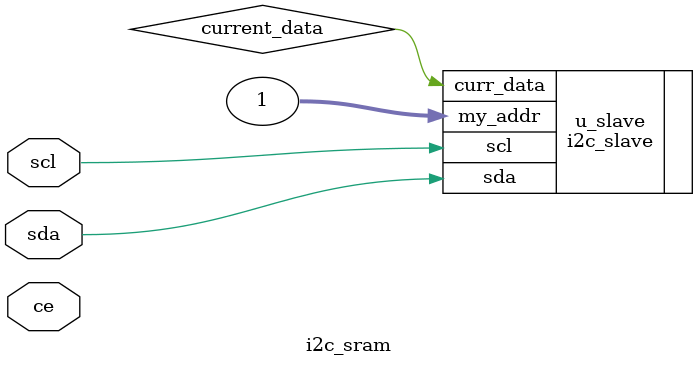
<source format=v>
`define period 10
module i2c_sram (sda, scl, ce);
	inout sda;
	input scl;
	input ce;

	integer count;
	
	parameter slave_addrs = 1;
	wire current_data;
	
	// i2c_mock_master uut_mock_master (.clock(clk), .start(start), .reset(reset), .write(write), .write_data(write_data), .read_data(read_data), .address(address), .ready(ready), .error(error), .sda(sda), .scl(scl));
	i2c_slave u_slave (
		.sda(sda), 
		.scl(scl), 
		.my_addr(slave_addrs),
		.curr_data(current_data)
	);
	
	sram u_sram(
		.address(address),
		.data(data),
		.chip_enable(chip_enable), 
		.write_enable(write_enable), 
		.output_enable(output_enable),
		.reset(reset)
	);
	
	always @(posedge scl) begin
		
	end


	
endmodule
</source>
